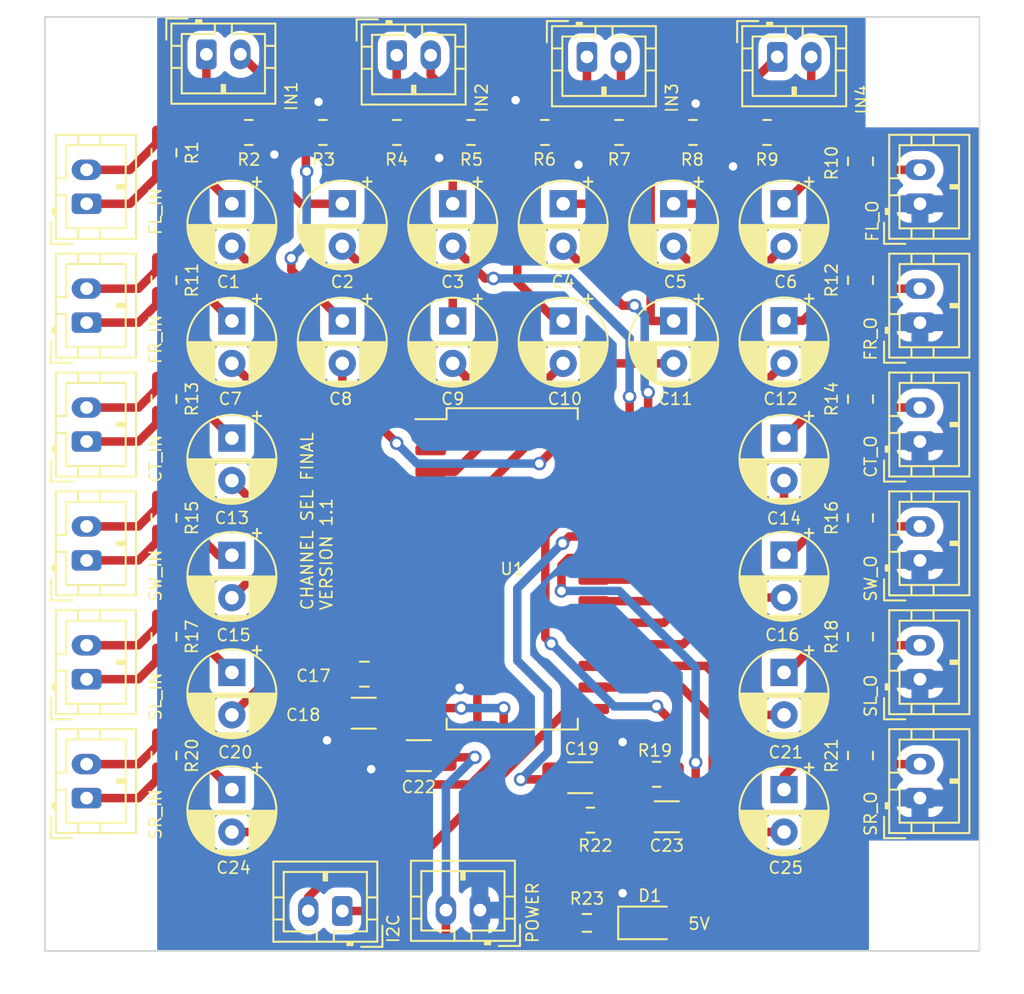
<source format=kicad_pcb>
(kicad_pcb (version 20221018) (generator pcbnew)
  (layers (0 "F.Cu" signal) (31 "B.Cu" signal) (34 "B.Paste" user) (35 "F.Paste" user) (36 "B.SilkS" user "B.Silkscreen") (37 "F.SilkS" user "F.Silkscreen") (38 "B.Mask" user) (39 "F.Mask" user) (44 "Edge.Cuts" user))
  (net 0 "")
  (net 1 "SCL")
  (net 2 "SDA")
  (net 3 "GND")
  (net 4 "VCC")
  (net 5 "FLI")
  (net 6 "FRI")
  (net 7 "CTI")
  (net 8 "SUBI")
  (net 9 "SLI")
  (net 10 "SRI")
  (net 11 "FLO")
  (net 12 "FRO")
  (net 13 "SUBO")
  (net 14 "SLO")
  (net 15 "SRO")
  (net 16 "CTO")
  (net 17 "FLIGND")
  (net 18 "FRIGND")
  (net 19 "CTIGND")
  (net 20 "SUBIGND")
  (net 21 "SLIGND")
  (net 22 "SRIGND")
  (net 23 "L1")
  (net 24 "R1")
  (net 25 "L2")
  (net 26 "R2")
  (net 27 "L3")
  (net 28 "R3")
  (net 29 "L4")
  (net 30 "R4")
  (net 31 "Net-(J1-Pin_1)")
  (net 32 "Net-(J2-Pin_1)")
  (net 33 "Net-(J1-Pin_2)")
  (net 34 "Net-(J2-Pin_2)")
  (net 35 "Net-(J3-Pin_1)")
  (net 36 "Net-(J3-Pin_2)")
  (net 37 "Net-(J4-Pin_1)")
  (net 38 "Net-(J4-Pin_2)")
  (net 39 "Net-(J6-Pin_2)")
  (net 40 "Net-(U1-VREF)")
  (net 41 "Net-(J8-Pin_2)")
  (net 42 "Net-(J9-Pin_2)")
  (net 43 "Net-(J10-Pin_2)")
  (net 44 "Net-(J11-Pin_2)")
  (net 45 "Net-(J12-Pin_2)")
  (net 46 "LPFIN")
  (net 47 "LPFOUT")
  (net 48 "Net-(J5-Pin_2)")
  (net 49 "MIX")
  (net 50 "Net-(J13-Pin_2)")
  (net 51 "Net-(J14-Pin_2)")
  (net 52 "Net-(J15-Pin_2)")
  (net 53 "Net-(J16-Pin_2)")
  (net 54 "Net-(J7-Pin_2)")
  (net 55 "Net-(C23-Pad2)")
  (net 56 "Net-(D1-A)")
  (footprint "Connector_JST:JST_PH_B2B-PH-K_1x02_P2.00mm_Vertical" (layer "F.Cu") (at 130 115.65 180)
    (fp_text reference "J17" hide)
    (fp_text value "Conn_01x02_Male")
  )
  (footprint "Capacitor_THT:CP_Radial_D5.0mm_P2.50mm" (layer "F.Cu") (at 156 74 -90)
    (fp_text reference "C6")
    (fp_text value "10U")
  )
  (footprint "Resistor_SMD:R_0805_2012Metric_Pad1.20x1.40mm_HandSolder" (layer "F.Cu") (at 137.571426 69.8 180)
    (fp_text reference "R5")
    (fp_text value "100K")
  )
  (footprint "MountingHole:MountingHole_3.2mm_M3" (layer "F.Cu") (at 165 115.5)
    (fp_text reference "H4" hide)
    (fp_text value "MountingHole")
  )
  (footprint "Resistor_SMD:R_0805_2012Metric_Pad1.20x1.40mm_HandSolder" (layer "F.Cu") (at 128.857142 69.8)
    (fp_text reference "R3")
    (fp_text value "100K")
  )
  (footprint "Resistor_SMD:R_0805_2012Metric_Pad1.20x1.40mm_HandSolder" (layer "F.Cu") (at 150.642852 69.8 180)
    (fp_text reference "R8")
    (fp_text value "100K")
  )
  (footprint "Capacitor_THT:CP_Radial_D5.0mm_P2.50mm" (layer "F.Cu") (at 123.5 101.6 -90)
    (fp_text reference "C20")
    (fp_text value "10U")
  )
  (footprint "Connector_JST:JST_PH_B2B-PH-K_1x02_P2.00mm_Vertical" (layer "F.Cu") (at 114.95 109 90)
    (fp_text reference "J15" hide)
    (fp_text value "Conn_01x02_Male")
  )
  (footprint "Connector_JST:JST_PH_B2B-PH-K_1x02_P2.00mm_Vertical" (layer "F.Cu") (at 114.95 88 90)
    (fp_text reference "J9" hide)
    (fp_text value "Conn_01x02_Male")
  )
  (footprint "Connector_JST:JST_PH_B2B-PH-K_1x02_P2.00mm_Vertical" (layer "F.Cu") (at 164 95 90)
    (fp_text reference "J12" hide)
    (fp_text value "CTO")
  )
  (footprint "Capacitor_THT:CP_Radial_D5.0mm_P2.50mm" (layer "F.Cu") (at 143 74 -90)
    (fp_text reference "C4")
    (fp_text value "10U")
  )
  (footprint "Connector_JST:JST_PH_B2B-PH-K_1x02_P2.00mm_Vertical" (layer "F.Cu") (at 164 81 90)
    (fp_text reference "J8" hide)
    (fp_text value "Conn_01x02_Male")
  )
  (footprint "Connector_JST:JST_PH_B2B-PH-K_1x02_P2.00mm_Vertical" (layer "F.Cu") (at 114.95 81 90)
    (fp_text reference "J7" hide)
    (fp_text value "Conn_01x02_Male")
  )
  (footprint "Resistor_SMD:R_0805_2012Metric_Pad1.20x1.40mm_HandSolder" (layer "F.Cu") (at 146.28571 69.8 180)
    (fp_text reference "R7")
    (fp_text value "100K")
  )
  (footprint "Capacitor_THT:CP_Radial_D5.0mm_P2.50mm" (layer "F.Cu") (at 130 74 -90)
    (fp_text reference "C2")
    (fp_text value "10U")
  )
  (footprint "Capacitor_SMD:C_1206_3216Metric_Pad1.33x1.80mm_HandSolder" (layer "F.Cu") (at 131.2625 104 180)
    (fp_text reference "C18")
    (fp_text value "10U")
  )
  (footprint "Connector_JST:JST_PH_B2B-PH-K_1x02_P2.00mm_Vertical" (layer "F.Cu") (at 155.6 65.35)
    (fp_text reference "J4" hide)
    (fp_text value "Conn_01x02_Male")
  )
  (footprint "Connector_JST:JST_PH_B2B-PH-K_1x02_P2.00mm_Vertical" (layer "F.Cu") (at 164 88 90)
    (fp_text reference "J10" hide)
    (fp_text value "Conn_01x02_Male")
  )
  (footprint "Resistor_SMD:R_0805_2012Metric_Pad1.20x1.40mm_HandSolder" (layer "F.Cu") (at 148.5 107.6 180)
    (fp_text reference "R19")
    (fp_text value "24K")
  )
  (footprint "Connector_JST:JST_PH_B2B-PH-K_1x02_P2.00mm_Vertical" (layer "F.Cu") (at 164 102 90)
    (fp_text reference "J14" hide)
    (fp_text value "Conn_01x02_Male")
  )
  (footprint "Connector_JST:JST_PH_B2B-PH-K_1x02_P2.00mm_Vertical" (layer "F.Cu") (at 133.2 65.25)
    (fp_text reference "J2" hide)
    (fp_text value "Conn_01x02_Male")
  )
  (footprint "Connector_JST:JST_PH_B2B-PH-K_1x02_P2.00mm_Vertical" (layer "F.Cu") (at 164 74 90)
    (fp_text reference "J6" hide)
    (fp_text value "Conn_01x02_Male")
  )
  (footprint "Resistor_SMD:R_0805_2012Metric_Pad1.20x1.40mm_HandSolder" (layer "F.Cu") (at 119.5 78.5 -90)
    (fp_text reference "R11")
    (fp_text value "100K")
  )
  (footprint "Resistor_SMD:R_0805_2012Metric_Pad1.20x1.40mm_HandSolder" (layer "F.Cu") (at 160.5 78.5 -90)
    (fp_text reference "R12")
    (fp_text value "100K")
  )
  (footprint "Resistor_SMD:R_0805_2012Metric_Pad1.20x1.40mm_HandSolder" (layer "F.Cu") (at 160.5 71.5 -90)
    (fp_text reference "R10")
    (fp_text value "100K")
  )
  (footprint "Resistor_SMD:R_0805_2012Metric_Pad1.20x1.40mm_HandSolder" (layer "F.Cu") (at 119.5 92.5 -90)
    (fp_text reference "R15")
    (fp_text value "100K")
  )
  (footprint "Resistor_SMD:R_0805_2012Metric_Pad1.20x1.40mm_HandSolder" (layer "F.Cu") (at 160.5 85.5 -90)
    (fp_text reference "R14")
    (fp_text value "100K")
  )
  (footprint "Capacitor_THT:CP_Radial_D5.0mm_P2.50mm" (layer "F.Cu") (at 136.5 74 -90)
    (fp_text reference "C3")
    (fp_text value "10U")
  )
  (footprint "Capacitor_THT:CP_Radial_D5.0mm_P2.50mm" (layer "F.Cu") (at 143 80.9 -90)
    (fp_text reference "C10")
    (fp_text value "10U")
  )
  (footprint "MountingHole:MountingHole_3.2mm_M3" (layer "F.Cu") (at 115 65.5)
    (fp_text reference "H1" hide)
    (fp_text value "MountingHole")
  )
  (footprint "Package_SO:SOIC-28W_7.5x18.7mm_P1.27mm" (layer "F.Cu") (at 140 95.5)
    (fp_text reference "U1")
    (fp_text value "AX2358")
  )
  (footprint "Capacitor_THT:CP_Radial_D5.0mm_P2.50mm" (layer "F.Cu") (at 123.5 94.7 -90)
    (fp_text reference "C15")
    (fp_text value "10U")
  )
  (footprint "Capacitor_THT:CP_Radial_D5.0mm_P2.50mm" (layer "F.Cu") (at 130 80.9 -90)
    (fp_text reference "C8")
    (fp_text value "10U")
  )
  (footprint "Capacitor_THT:CP_Radial_D5.0mm_P2.50mm" (layer "F.Cu") (at 156 101.6 -90)
    (fp_text reference "C21")
    (fp_text value "10U")
  )
  (footprint "Connector_JST:JST_PH_B2B-PH-K_1x02_P2.00mm_Vertical" (layer "F.Cu") (at 114.95 95 90)
    (fp_text reference "J11" hide)
    (fp_text value "Conn_01x02_Male")
  )
  (footprint "Capacitor_THT:CP_Radial_D5.0mm_P2.50mm" (layer "F.Cu") (at 156 108.5 -90)
    (fp_text reference "C25")
    (fp_text value "10U")
  )
  (footprint "Resistor_SMD:R_0805_2012Metric_Pad1.20x1.40mm_HandSolder" (layer "F.Cu") (at 119.5 99.5 -90)
    (fp_text reference "R17")
    (fp_text value "100K")
  )
  (footprint "Resistor_SMD:R_0805_2012Metric_Pad1.20x1.40mm_HandSolder" (layer "F.Cu") (at 144.6 110.3 180)
    (fp_text reference "R22")
    (fp_text value "24K")
  )
  (footprint "Capacitor_SMD:C_0805_2012Metric_Pad1.18x1.45mm_HandSolder" (layer "F.Cu") (at 131.3 101.7 180)
    (fp_text reference "C17")
    (fp_text value "0.1U")
  )
  (footprint "Capacitor_THT:CP_Radial_D5.0mm_P2.50mm" (layer "F.Cu") (at 123.5 87.8 -90)
    (fp_text reference "C13")
    (fp_text value "10U")
  )
  (footprint "Connector_JST:JST_PH_B2B-PH-K_1x02_P2.00mm_Vertical" (layer "F.Cu") (at 114.95 102 90)
    (fp_text reference "J13" hide)
    (fp_text value "Conn_01x02_Male")
  )
  (footprint "Connector_JST:JST_PH_B2B-PH-K_1x02_P2.00mm_Vertical" (layer "F.Cu") (at 144.4 65.35)
    (fp_text reference "J3" hide)
    (fp_text value "Conn_01x02_Male")
  )
  (footprint "Capacitor_THT:CP_Radial_D5.0mm_P2.50mm" (layer "F.Cu") (at 156 94.689888 -90)
    (fp_text reference "C16")
    (fp_text value "10U")
  )
  (footprint "Capacitor_THT:CP_Radial_D5.0mm_P2.50mm" (layer "F.Cu") (at 156 80.889888 -90)
    (fp_text reference "C12")
    (fp_text value "10U")
  )
  (footprint "Resistor_SMD:R_0805_2012Metric_Pad1.20x1.40mm_HandSolder" (layer "F.Cu") (at 155 69.8 180)
    (fp_text reference "R9")
    (fp_text value "100K")
  )
  (footprint "Resistor_SMD:R_0805_2012Metric_Pad1.20x1.40mm_HandSolder" (layer "F.Cu") (at 124.5 69.8)
    (fp_text reference "R2")
    (fp_text value "100K")
  )
  (footprint "Connector_JST:JST_PH_B2B-PH-K_1x02_P2.00mm_Vertical" (layer "F.Cu") (at 122 65.2)
    (fp_text reference "J1" hide)
    (fp_text value "Conn_01x02_Male")
  )
  (footprint "Capacitor_THT:CP_Radial_D5.0mm_P2.50mm" (layer "F.Cu") (at 123.5 80.9 -90)
    (fp_text reference "C7")
    (fp_text value "10U")
  )
  (footprint "Capacitor_SMD:C_1206_3216Metric_Pad1.33x1.80mm_HandSolder" (layer "F.Cu") (at 144 107.8 180)
    (fp_text reference "C19")
    (fp_text value "47N C0G")
  )
  (footprint "Capacitor_THT:CP_Radial_D5.0mm_P2.50mm" (layer "F.Cu") (at 149.5 80.9 -90)
    (fp_text reference "C11")
    (fp_text value "10U")
  )
  (footprint "Resistor_SMD:R_0805_2012Metric_Pad1.20x1.40mm_HandSolder" (layer "F.Cu") (at 160.5 106.5 -90)
    (fp_text reference "R21")
    (fp_text value "100K")
  )
  (footprint "Capacitor_THT:CP_Radial_D5.0mm_P2.50mm" (layer "F.Cu") (at 156 87.8 -90)
    (fp_text reference "C14")
    (fp_text value "10U")
  )
  (footprint "Resistor_SMD:R_0805_2012Metric_Pad1.20x1.40mm_HandSolder" (layer "F.Cu") (at 160.5 99.5 -90)
    (fp_text reference "R18")
    (fp_text value "100K")
  )
  (footprint "Resistor_SMD:R_0805_2012Metric_Pad1.20x1.40mm_HandSolder" (layer "F.Cu") (at 119.5 85.5 -90)
    (fp_text reference "R13")
    (fp_text value "100K")
  )
  (footprint "LED_SMD:LED_0805_2012Metric_Pad1.15x1.40mm_HandSolder" (layer "F.Cu") (at 148.1 116.35)
    (fp_text reference "D1")
    (fp_text value "YELLOW")
  )
  (footprint "Capacitor_THT:CP_Radial_D5.0mm_P2.50mm" (layer "F.Cu") (at 123.5 74 -90)
    (fp_text reference "C1")
    (fp_text value "10U")
  )
  (footprint "Resistor_SMD:R_0805_2012Metric_Pad1.20x1.40mm_HandSolder" (layer "F.Cu") (at 119.5 106.5 -90)
    (fp_text reference "R20")
    (fp_text value "100K")
  )
  (footprint "Resistor_SMD:R_0603_1608Metric_Pad0.98x0.95mm_HandSolder" (layer "F.Cu") (at 144.4 116.35)
    (fp_text reference "R23")
    (fp_text value "1K")
  )
  (footprint "MountingHole:MountingHole_3.2mm_M3" (layer "F.Cu") (at 115 115.5)
    (fp_text reference "H3" hide)
    (fp_text value "MountingHole")
  )
  (footprint "Connector_JST:JST_PH_B2B-PH-K_1x02_P2.00mm_Vertical" (layer "F.Cu") (at 138.1 115.6 180)
    (fp_text reference "J18" hide)
    (fp_text value "Conn_01x02_Male")
  )
  (footprint "Capacitor_SMD:C_1206_3216Metric_Pad1.33x1.80mm_HandSolder" (layer "F.Cu") (at 149.1 110.1 180)
    (fp_text reference "C23")
    (fp_text value "100N C0G")
  )
  (footprint "Capacitor_THT:CP_Radial_D5.0mm_P2.50mm" (layer "F.Cu") (at 123.5 108.5 -90)
    (fp_text reference "C24")
    (fp_text value "10U")
  )
  (footprint "MountingHole:MountingHole_3.2mm_M3" (layer "F.Cu") (at 165 65.5)
    (fp_text reference "H2" hide)
    (fp_text value "MountingHole")
  )
  (footprint "Connector_JST:JST_PH_B2B-PH-K_1x02_P2.00mm_Vertical" (layer "F.Cu") (at 164 109 90)
    (fp_text reference "J16" hide)
    (fp_text value "Conn_01x02_Male")
  )
  (footprint "Resistor_SMD:R_0805_2012Metric_Pad1.20x1.40mm_HandSolder" (layer "F.Cu") (at 160.5 92.5 -90)
    (fp_text reference "R16")
    (fp_text value "100K")
  )
  (footprint "Resistor_SMD:R_0805_2012Metric_Pad1.20x1.40mm_HandSolder" (layer "F.Cu") (at 133.214284 69.8 180)
    (fp_text reference "R4")
    (fp_text value "100K")
  )
  (footprint "Capacitor_THT:CP_Radial_D5.0mm_P2.50mm" (layer "F.Cu") (at 136.5 80.9 -90)
    (fp_text reference "C9")
    (fp_text value "10U")
  )
  (footprint "Resistor_SMD:R_0805_2012Metric_Pad1.20x1.40mm_HandSolder" (layer "F.Cu") (at 141.928568 69.8 180)
    (fp_text reference "R6")
    (fp_text value "100K")
  )
  (footprint "Capacitor_SMD:C_1206_3216Metric_Pad1.33x1.80mm_HandSolder" (layer "F.Cu") (at 134.5 106.5 180)
    (fp_text reference "C22")
    (fp_text value "10U")
  )
  (footprint "Capacitor_THT:CP_Radial_D5.0mm_P2.50mm" (layer "F.Cu") (at 149.5 74 -90)
    (fp_text reference "C5")
    (fp_text value "10U")
  )
  (footprint "Connector_JST:JST_PH_B2B-PH-K_1x02_P2.00mm_Vertical" (layer "F.Cu") (at 114.95 74 90)
    (fp_text reference "J5" hide)
    (fp_text value "Conn_01x02_Male")
  )
  (footprint "Resistor_SMD:R_0805_2012Metric_Pad1.20x1.40mm_HandSolder" (layer "F.Cu") (at 119.5 71 -90)
    (fp_text reference "R1")
    (fp_text value "100K")
  )
  (gr_line (start 112.5 118) (end 167.5 118) (stroke (width 0.1)) (layer "Edge.Cuts"))
  (gr_line (start 112.5 63) (end 112.5 118) (stroke (width 0.1)) (layer "Edge.Cuts"))
  (gr_line (start 167.5 63) (end 167.5 118) (stroke (width 0.1)) (layer "Edge.Cuts"))
  (gr_line (start 167.5 63) (end 112.5 63) (stroke (width 0.1)) (layer "Edge.Cuts"))
  (gr_text "SL_O" (at 161.1 104.3 90) (layer "F.SilkS") (effects (font (size 0.7 0.7) (thickness 0.1)) (justify left)))
  (gr_text "FR_IN" (at 119 83.5 90) (layer "F.SilkS") (effects (font (size 0.7 0.7) (thickness 0.1)) (justify left)))
  (gr_text "SW_O" (at 161.1 97.5 90) (layer "F.SilkS") (effects (font (size 0.7 0.7) (thickness 0.1)) (justify left)))
  (gr_text "SL_IN" (at 119 104.5 90) (layer "F.SilkS") (effects (font (size 0.7 0.7) (thickness 0.1)) (justify left)))
  (gr_text "POWER" (at 141.2 117.6 90) (layer "F.SilkS") (effects (font (size 0.7 0.7) (thickness 0.1)) (justify left)))
  (gr_text "5V" (at 150.3 116.4) (layer "F.SilkS") (effects (font (size 0.7 0.7) (thickness 0.1)) (justify left)))
  (gr_text "CHANNEL SEL FINAL\nVERSION 1.1" (at 128.5 98 90) (layer "F.SilkS") (effects (font (size 0.7 0.7) (thickness 0.1)) (justify left)))
  (gr_text "IN4" (at 160.6 68.8 90) (layer "F.SilkS") (effects (font (size 0.7 0.7) (thickness 0.1)) (justify left)))
  (gr_text "SR_O\n" (at 161.1 111.3 90) (layer "F.SilkS") (effects (font (size 0.7 0.7) (thickness 0.1)) (justify left)))
  (gr_text "IN1\n" (at 127 68.6 90) (layer "F.SilkS") (effects (font (size 0.7 0.7) (thickness 0.1)) (justify left)))
  (gr_text "IN3" (at 149.4 68.7 90) (layer "F.SilkS") (effects (font (size 0.7 0.7) (thickness 0.1)) (justify left)))
  (gr_text "I2C" (at 133 117.6 90) (layer "F.SilkS") (effects (font (size 0.7 0.7) (thickness 0.1)) (justify left)))
  (gr_text "IN2" (at 138.2 68.7 90) (layer "F.SilkS") (effects (font (size 0.7 0.7) (thickness 0.1)) (justify left)))
  (gr_text "SW_IN" (at 119 97.5 90) (layer "F.SilkS") (effects (font (size 0.7 0.7) (thickness 0.1)) (justify left)))
  (gr_text "CT_O" (at 161.1 90.2 90) (layer "F.SilkS") (effects (font (size 0.7 0.7) (thickness 0.1)) (justify left)))
  (gr_text "SR_IN\n" (at 119 111.5 90) (layer "F.SilkS") (effects (font (size 0.7 0.7) (thickness 0.1)) (justify left)))
  (gr_text "FL_IN" (at 119 75.9 90) (layer "F.SilkS") (effects (font (size 0.7 0.7) (thickness 0.1)) (justify left)))
  (gr_text "CT_IN" (at 119 90.5 90) (layer "F.SilkS") (effects (font (size 0.7 0.7) (thickness 0.1)) (justify left)))
  (gr_text "FL_O" (at 161.2 76.3 90) (layer "F.SilkS") (effects (font (size 0.7 0.7) (thickness 0.1)) (justify left)))
  (gr_text "FR_O" (at 161.1 83.3 90) (layer "F.SilkS") (effects (font (size 0.7 0.7) (thickness 0.1)) (justify left)))
  (segment (start 143.302204 103.755) (end 144.8 103.755) (width 0.5) (layer "F.Cu") (net 1))
  (segment (start 130 115.65) (end 131.407204 115.65) (width 0.5) (layer "F.Cu") (net 1))
  (segment (start 131.407204 115.65) (end 143.302204 103.755) (width 0.5) (layer "F.Cu") (net 1))
  (segment (start 137.542796 108.2) (end 139.5 106.242796) (width 0.5) (layer "F.Cu") (net 2))
  (segment (start 128 114.825) (end 134.625 108.2) (width 0.5) (layer "F.Cu") (net 2))
  (segment (start 137 103.7) (end 135.255 103.7) (width 0.5) (layer "F.Cu") (net 2))
  (segment (start 134.625 108.2) (end 137.542796 108.2) (width 0.5) (layer "F.Cu") (net 2))
  (segment (start 128 115.65) (end 128 114.825) (width 0.5) (layer "F.Cu") (net 2))
  (segment (start 135.255 103.7) (end 135.2 103.755) (width 0.5) (layer "F.Cu") (net 2))
  (segment (start 139.5 106.242796) (end 139.5 103.7) (width 0.5) (layer "F.Cu") (net 2))
  (via (at 137 103.7) (size 0.8) (drill 0.5) (layers "F.Cu" "B.Cu") (net 2))
  (via (at 139.5 103.7) (size 0.8) (drill 0.5) (layers "F.Cu" "B.Cu") (net 2))
  (segment (start 137 103.7) (end 139.5 103.7) (width 0.5) (layer "B.Cu") (net 2))
  (segment (start 162 109) (end 160.5 107.5) (width 0.5) (layer "F.Cu") (net 3))
  (segment (start 164 102) (end 162 102) (width 0.5) (layer "F.Cu") (net 3))
  (segment (start 125.5 69.8) (end 125.5 70.6) (width 0.5) (layer "F.Cu") (net 3))
  (segment (start 140.928568 69.8) (end 140.928568 68.628568) (width 0.5) (layer "F.Cu") (net 3))
  (segment (start 136.571426 70.428574) (end 135.7 71.3) (width 0.5) (layer "F.Cu") (net 3))
  (segment (start 132.9375 106.5) (end 132.5 106.5) (width 0.5) (layer "F.Cu") (net 3))
  (segment (start 149.642852 69.257148) (end 150.8 68.1) (width 0.5) (layer "F.Cu") (net 3))
  (segment (start 145.5375 107.9) (end 145.5375 106.6625) (width 0.5) (layer "F.Cu") (net 3))
  (segment (start 136.571426 69.8) (end 136.571426 70.428574) (width 0.5) (layer "F.Cu") (net 3))
  (segment (start 129.857142 69.8) (end 129.857142 69.257142) (width 0.5) (layer "F.Cu") (net 3))
  (segment (start 132.214284 69.8) (end 129.857142 69.8) (width 0.5) (layer "F.Cu") (net 3))
  (segment (start 145.28571 69.8) (end 145.28571 70.31429) (width 0.5) (layer "F.Cu") (net 3))
  (segment (start 125.5 70.6) (end 126 71.1) (width 0.5) (layer "F.Cu") (net 3))
  (segment (start 162 74) (end 160.5 72.5) (width 0.5) (layer "F.Cu") (net 3))
  (segment (start 147.075 116.35) (end 147.075 115.175) (width 0.5) (layer "F.Cu") (net 3))
  (segment (start 162 81) (end 160.5 79.5) (width 0.5) (layer "F.Cu") (net 3))
  (segment (start 162 88) (end 160.5 86.5) (width 0.5) (layer "F.Cu") (net 3))
  (segment (start 162 95) (end 160.5 93.5) (width 0.5) (layer "F.Cu") (net 3))
  (segment (start 145.5375 106.6625) (end 146.5 105.7) (width 0.5) (layer "F.Cu") (net 3))
  (segment (start 147.075 115.175) (end 146.5 114.6) (width 0.5) (layer "F.Cu") (net 3))
  (segment (start 162 102) (end 160.5 100.5) (width 0.5) (layer "F.Cu") (net 3))
  (segment (start 132.5 106.5) (end 131.7 107.3) (width 0.5) (layer "F.Cu") (net 3))
  (segment (start 164 95) (end 162 95) (width 0.5) (layer "F.Cu") (net 3))
  (segment (start 154 69.8) (end 153 70.8) (width 0.5) (layer "F.Cu") (net 3))
  (segment (start 153 70.8) (end 153 71.8) (width 0.5) (layer "F.Cu") (net 3))
  (segment (start 145.28571 70.31429) (end 143.9 71.7) (width 0.5) (layer "F.Cu") (net 3))
  (segment (start 164 88) (end 162 88) (width 0.5) (layer "F.Cu") (net 3))
  (segment (start 164 74) (end 162 74) (width 0.5) (layer "F.Cu") (net 3))
  (segment (start 130.3625 101.9) (end 129.7 102.5625) (width 0.5) (layer "F.Cu") (net 3))
  (segment (start 164 109) (end 162 109) (width 0.5) (layer "F.Cu") (net 3))
  (segment (start 149.642852 69.8) (end 149.642852 69.257148) (width 0.5) (layer "F.Cu") (net 3))
  (segment (start 164 81) (end 162 81) (width 0.5) (layer "F.Cu") (net 3))
  (segment (start 129.857142 69.257142) (end 128.6 68) (width 0.5) (layer "F.Cu") (net 3))
  (segment (start 129.7 102.5625) (end 129.7 105) (width 0.5) (layer "F.Cu") (net 3))
  (segment (start 136.885 102.485) (end 136.9 102.5) (width 0.5) (layer "F.Cu") (net 3))
  (segment (start 135.2 102.485) (end 136.885 102.485) (width 0.5) (layer "F.Cu") (net 3))
  (segment (start 140.928568 68.628568) (end 140.2 67.9) (width 0.5) (layer "F.Cu") (net 3))
  (segment (start 129.7 105) (end 129.1 105.6) (width 0.5) (layer "F.Cu") (net 3))
  (via (at 136.9 102.5) (size 0.8) (drill 0.5) (layers "F.Cu" "B.Cu") (net 3))
  (via (at 131.7 107.3) (size 0.8) (drill 0.5) (layers "F.Cu" "B.Cu") (net 3))
  (via (at 153 71.8) (size 0.8) (drill 0.5) (layers "F.Cu" "B.Cu") (net 3))
  (via (at 146.5 114.6) (size 0.8) (drill 0.5) (layers "F.Cu" "B.Cu") (net 3))
  (via (at 135.7 71.3) (size 0.8) (drill 0.5) (layers "F.Cu" "B.Cu") (net 3))
  (via (at 146.5 105.7) (size 0.8) (drill 0.5) (layers "F.Cu" "B.Cu") (net 3))
  (via (at 140.2 67.9) (size 0.8) (drill 0.5) (layers "F.Cu" "B.Cu") (net 3))
  (via (at 150.8 68.1) (size 0.8) (drill 0.5) (layers "F.Cu" "B.Cu") (net 3))
  (via (at 128.6 68) (size 0.8) (drill 0.5) (layers "F.Cu" "B.Cu") (net 3))
  (via (at 129.1 105.6) (size 0.8) (drill 0.5) (layers "F.Cu" "B.Cu") (net 3))
  (via (at 143.9 71.7) (size 0.8) (drill 0.5) (layers "F.Cu" "B.Cu") (net 3))
  (via (at 126 71.1) (size 0.8) (drill 0.5) (layers "F.Cu" "B.Cu") (net 3))
  (segment (start 141.55 116.35) (end 140.5 117.4) (width 0.5) (layer "F.Cu") (net 4))
  (segment (start 134.3925 99.945) (end 132.4375 101.9) (width 0.5) (layer "F.Cu") (net 4))
  (segment (start 137.8 106.6) (end 136.1625 106.6) (width 0.5) (layer "F.Cu") (net 4))
  (segment (start 135.2 99.945) (end 134.3925 99.945) (width 0.5) (layer "F.Cu") (net 4))
  (segment (start 136.5 117.4) (end 136.1 117) (width 0.5) (layer "F.Cu") (net 4))
  (segment (start 143.2 116.35) (end 141.55 116.35) (width 0.5) (layer "F.Cu") (net 4))
  (segment (start 137.9495 104.613) (end 136.0625 106.5) (width 0.5) (layer "F.Cu") (net 4))
  (segment (start 140.5 117.4) (end 136.5 117.4) (width 0.5) (layer "F.Cu") (net 4))
  (segment (start 137.9495 102.074551) (end 137.9495 104.613) (width 0.5) (layer "F.Cu") (net 4))
  (segment (start 135.819949 99.945) (end 137.9495 102.074551) (width 0.5) (layer "F.Cu") (net 4))
  (segment (start 136.1 117) (end 136.1 115.6) (width 0.5) (layer "F.Cu") (net 4))
  (via (at 137.8 106.6) (size 0.8) (drill 0.5) (layers "F.Cu" "B.Cu") (net 4))
  (segment (start 136.1 115.6) (end 136.1 108.3) (width 0.5) (layer "B.Cu") (net 4))
  (segment (start 136.1 108.3) (end 137.8 106.6) (width 0.5) (layer "B.Cu") (net 4))
  (segment (start 126.9 79.9) (end 123.5 76.5) (width 0.5) (layer "F.Cu") (net 5))
  (segment (start 126.9 84.644949) (end 126.9 79.9) (width 0.5) (layer "F.Cu") (net 5))
  (segment (start 134.580051 92.325) (end 126.9 84.644949) (width 0.5) (layer "F.Cu") (net 5))
  (segment (start 135.2 93.595) (end 133.695 93.595) (width 0.5) (layer "F.Cu") (net 6))
  (segment (start 133.695 93.595) (end 123.5 83.4) (width 0.5) (layer "F.Cu") (net 6))
  (segment (start 128.065 94.865) (end 123.5 90.3) (width 0.5) (layer "F.Cu") (net 7))
  (segment (start 135.2 94.865) (end 128.065 94.865) (width 0.5) (layer "F.Cu") (net 7))
  (segment (start 124.565 96.135) (end 123.5 97.2) (width 0.5) (layer "F.Cu") (net 8))
  (segment (start 135.2 96.135) (end 124.565 96.135) (width 0.5) (layer "F.Cu") (net 8))
  (segment (start 135.2 97.405) (end 130.195 97.405) (width 0.5) (layer "F.Cu") (net 9))
  (segment (start 130.195 97.405) (end 123.5 104.1) (width 0.5) (layer "F.Cu") (net 9))
  (segment (start 130.725 98.675) (end 126.4 103) (width 0.5) (layer "F.Cu") (net 10))
  (segment (start 125.4 111) (end 123.5 111) (width 0.5) (layer "F.Cu") (net 10))
  (segment (start 135.2 98.675) (end 130.725 98.675) (width 0.5) (layer "F.Cu") (net 10))
  (segment (start 126.4 103) (end 126.4 110) (width 0.5) (layer "F.Cu") (net 10))
  (segment (start 126.4 110) (end 125.4 111) (width 0.5) (layer "F.Cu") (net 10))
  (segment (start 147.865 96.135) (end 144.8 96.135) (width 0.5) (layer "F.Cu") (net 11))
  (segment (start 151.900499 92.099501) (end 147.865 96.135) (width 0.5) (layer "F.Cu") (net 11))
  (segment (start 151.900499 80.599501) (end 151.900499 92.099501) (width 0.5) (layer "F.Cu") (net 11))
  (segment (start 156 76.5) (end 151.900499 80.599501) (width 0.5) (layer "F.Cu") (net 11))
  (segment (start 152.7 86.689888) (end 152.7 93.2) (width 0.5) (layer "F.Cu") (net 12))
  (segment (start 148.495 97.405) (end 144.8 97.405) (width 0.5) (layer "F.Cu") (net 12))
  (segment (start 152.7 93.2) (end 148.495 97.405) (width 0.5) (layer "F.Cu") (net 12))
  (segment (start 156 83.389888) (end 152.7 86.689888) (width 0.5) (layer "F.Cu") (net 12))
  (segment (start 152.810112 97.189888) (end 150.055 99.945) (width 0.5) (layer "F.Cu") (net 13))
  (segment (start 150.055 99.945) (end 144.8 99.945) (width 0.5) (layer "F.Cu") (net 13))
  (segment (start 156 97.189888) (end 152.810112 97.189888) (width 0.5) (layer "F.Cu") (net 13))
  (segment (start 154.3 104.1) (end 151.415 101.215) (width 0.5) (layer "F.Cu") (net 14))
  (segment (start 151.415 101.215) (end 144.8 101.215) (width 0.5) (layer "F.Cu") (net 14))
  (segment (start 156 104.1) (end 154.3 104.1) (width 0.5) (layer "F.Cu") (net 14))
  (segment (start 151.8 104.3) (end 149.985 102.485) (width 0.5) (layer "F.Cu") (net 15))
  (segment (start 154.5 111) (end 151.8 108.3) (width 0.5) (layer "F.Cu") (net 15))
  (segment (start 149.985 102.485) (end 144.8 102.485) (width 0.5) (layer "F.Cu") (net 15))
  (segment (start 156 111) (end 154.5 111) (width 0.5) (layer "F.Cu") (net 15))
  (segment (start 151.8 108.3) (end 151.8 104.3) (width 0.5) (layer "F.Cu") (net 15))
  (segment (start 156 91.6) (end 156 90.3) (width 0.5) (layer "F.Cu") (net 16))
  (segment (start 144.8 98.675) (end 148.925 98.675) (width 0.5) (layer "F.Cu") (net 16))
  (segment (start 148.925 98.675) (end 156 91.6) (width 0.5) (layer "F.Cu") (net 16))
  (segment (start 117.5 74) (end 114.95 74) (width 0.5) (layer "F.Cu") (net 17))
  (segment (start 119.5 72) (end 117.5 74) (width 0.5) (layer "F.Cu") (net 17))
  (segment (start 118 81) (end 114.95 81) (width 0.5) (layer "F.Cu") (net 18))
  (segment (start 119.5 79.5) (end 118 81) (width 0.5) (layer "F.Cu") (net 18))
  (segment (start 114.95 88) (end 118 88) (width 0.5) (layer "F.Cu") (net 19))
  (segment (start 118 88) (end 119.5 86.5) (width 0.5) (layer "F.Cu") (net 19))
  (segment (start 118 95) (end 114.95 95) (width 0.5) (layer "F.Cu") (net 20))
  (segment (start 119.5 93.5) (end 118 95) (width 0.5) (layer "F.Cu") (net 20))
  (segment (start 118 102) (end 114.95 102) (width 0.5) (layer "F.Cu") (net 21))
  (segment (start 119.5 100.5) (end 118 102) (width 0.5) (layer "F.Cu") (net 21))
  (segment (start 118 109) (end 119.5 107.5) (width 0.5) (layer "F.Cu") (net 22))
  (segment (start 114.95 109) (end 118 109) (width 0.5) (layer "F.Cu") (net 22))
  (segment (start 135.2 87.245) (end 133.5 85.545) (width 0.5) (layer "F.Cu") (net 23))
  (segment (start 133.5 85.545) (end 133.5 80) (width 0.5) (layer "F.Cu") (net 23))
  (segment (start 133.5 80) (end 130 76.5) (width 0.5) (layer "F.Cu") (net 23))
  (segment (start 130 84.9) (end 130 83.4) (width 0.5) (layer "F.Cu") (net 24))
  (segment (start 144.8 87.245) (end 143.655 87.245) (width 0.5) (layer "F.Cu") (net 24))
  (segment (start 133.2 88.1) (end 130 84.9) (width 0.5) (layer "F.Cu") (net 24))
  (segment (start 143.655 87.245) (end 141.6 89.3) (width 0.5) (layer "F.Cu") (net 24))
  (via (at 133.2 88.1) (size 0.8) (drill 0.5) (layers "F.Cu" "B.Cu") (net 24))
  (via (at 141.6 89.3) (size 0.8) (drill 0.5) (layers "F.Cu" "B.Cu") (net 24))
  (segment (start 134.4 89.3) (end 133.2 88.1) (width 0.5) (layer "B.Cu") (net 24))
  (segment (start 141.6 89.3) (end 134.4 89.3) (width 0.5) (layer "B.Cu") (net 24))
  (segment (start 137.299999 84.199999) (end 137.299999 87.03495) (width 0.5) (layer "F.Cu") (net 25))
  (segment (start 137.299999 87.03495) (end 135.819949 88.515) (width 0.5) (layer "F.Cu") (net 25))
  (segment (start 136.5 83.4) (end 137.299999 84.199999) (width 0.5) (layer "F.Cu") (net 25))
  (segment (start 138.4 78.4) (end 136.5 76.5) (width 0.5) (layer "F.Cu") (net 26))
  (segment (start 145.419949 88.515) (end 146.911031 87.023918) (width 0.5) (layer "F.Cu") (net 26))
  (segment (start 146.911031 87.023918) (end 146.911031 85.353356) (width 0.5) (layer "F.Cu") (net 26))
  (segment (start 138.9 78.4) (end 138.4 78.4) (width 0.5) (layer "F.Cu") (net 26))
  (via (at 146.911031 85.353356) (size 0.8) (drill 0.5) (layers "F.Cu" "B.Cu") (net 26))
  (via (at 138.9 78.4) (size 0.8) (drill 0.5) (layers "F.Cu" "B.Cu") (net 26))
  (segment (start 138.9 78.4) (end 143.4 78.4) (width 0.5) (layer "B.Cu") (net 26))
  (segment (start 146.911031 81.911031) (end 146.911031 85.353356) (width 0.5) (layer "B.Cu") (net 26))
  (segment (start 143.4 78.4) (end 146.911031 81.911031) (width 0.5) (layer "B.Cu") (net 26))
  (segment (start 135.2 89.785) (end 136.615 89.785) (width 0.5) (layer "F.Cu") (net 27))
  (segment (start 136.615 89.785) (end 143 83.4) (width 0.5) (layer "F.Cu") (net 27))
  (segment (start 147.2 80) (end 146.5 80) (width 0.5) (layer "F.Cu") (net 28))
  (segment (start 148 89.6) (end 148 85.1) (width 0.5) (layer "F.Cu") (net 28))
  (segment (start 147.815 89.785) (end 148 89.6) (width 0.5) (layer "F.Cu") (net 28))
  (segment (start 144.8 89.785) (end 147.815 89.785) (width 0.5) (layer "F.Cu") (net 28))
  (segment (start 146.5 80) (end 143 76.5) (width 0.5) (layer "F.Cu") (net 28))
  (via (at 147.2 80) (size 0.8) (drill 0.5) (layers "F.Cu" "B.Cu") (net 28))
  (via (at 148 85.1) (size 0.8) (drill 0.5) (layers "F.Cu" "B.Cu") (net 28))
  (segment (start 147.2 80) (end 147.8 80.6) (width 0.5) (layer "B.Cu") (net 28))
  (segment (start 147.8 80.6) (end 147.8 84.9) (width 0.5) (layer "B.Cu") (net 28))
  (segment (start 147.8 84.9) (end 148 85.1) (width 0.5) (layer "B.Cu") (net 28))
  (segment (start 135.2 91.055) (end 138.045 91.055) (width 0.5) (layer "F.Cu") (net 29))
  (segment (start 138.045 91.055) (end 145.7 83.4) (width 0.5) (layer "F.Cu") (net 29))
  (segment (start 145.7 83.4) (end 149.5 83.4) (width 0.5) (layer "F.Cu") (net 29))
  (segment (start 149.5 76.5) (end 151.100998 78.100998) (width 0.5) (layer "F.Cu") (net 30))
  (segment (start 149.045 91.055) (end 144.8 91.055) (width 0.5) (layer "F.Cu") (net 30))
  (segment (start 151.100998 78.100998) (end 151.100998 88.999002) (width 0.5) (layer "F.Cu") (net 30))
  (segment (start 151.100998 88.999002) (end 149.045 91.055) (width 0.5) (layer "F.Cu") (net 30))
  (segment (start 127.557204 74) (end 123.5 69.942796) (width 0.5) (layer "F.Cu") (net 31))
  (segment (start 122 68.3) (end 123.5 69.8) (width 0.5) (layer "F.Cu") (net 31))
  (segment (start 130 74) (end 127.557204 74) (width 0.5) (layer "F.Cu") (net 31))
  (segment (start 122 65.2) (end 122 68.3) (width 0.5) (layer "F.Cu") (net 31))
  (segment (start 136.5 79.5) (end 134.214284 77.214284) (width 0.5) (layer "F.Cu") (net 32))
  (segment (start 133.2 68.785716) (end 134.214284 69.8) (width 0.5) (layer "F.Cu") (net 32))
  (segment (start 134.214284 77.214284) (end 134.214284 69.8) (width 0.5) (layer "F.Cu") (net 32))
  (segment (start 136.5 80.9) (end 136.5 79.5) (width 0.5) (layer "F.Cu") (net 32))
  (segment (start 133.2 65.25) (end 133.2 68.785716) (width 0.5) (layer "F.Cu") (net 32))
  (segment (start 124 65.2) (end 127.857142 69.057142) (width 0.5) (layer "F.Cu") (net 33))
  (segment (start 127.857142 69.8) (end 127.857142 72.057142) (width 0.5) (layer "F.Cu") (net 33))
  (segment (start 127.857142 72.057142) (end 127.9 72.1) (width 0.5) (layer "F.Cu") (net 33))
  (segment (start 127 77.9) (end 130 80.9) (width 0.5) (layer "F.Cu") (net 33))
  (segment (start 127.857142 69.057142) (end 127.857142 69.8) (width 0.5) (layer "F.Cu") (net 33))
  (segment (start 127 77.2) (end 127 77.9) (width 0.5) (layer "F.Cu") (net 33))
  (via (at 127 77.2) (size 0.8) (drill 0.5) (layers "F.Cu" "B.Cu") (net 33))
  (via (at 127.9 72.1) (size 0.8) (drill 0.5) (layers "F.Cu" "B.Cu") (net 33))
  (segment (start 127.9 76.3) (end 127 77.2) (width 0.5) (layer "B.Cu") (net 33))
  (segment (start 127.9 72.1) (end 127.9 76.3) (width 0.5) (layer "B.Cu") (net 33))
  (segment (start 135.2 65.25) (end 135.2 66.428574) (width 0.5) (layer "F.Cu") (net 34))
  (segment (start 135.2 66.428574) (end 138.571426 69.8) (width 0.5) (layer "F.Cu") (net 34))
  (segment (start 136.5 74) (end 136.5 71.871426) (width 0.5) (layer "F.Cu") (net 34))
  (segment (start 136.5 71.871426) (end 138.571426 69.8) (width 0.5) (layer "F.Cu") (net 34))
  (segment (start 140.3 73.1) (end 140.3 78.6) (width 0.5) (layer "F.Cu") (net 35))
  (segment (start 140.3 78.6) (end 142.6 80.9) (width 0.5) (layer "F.Cu") (net 35))
  (segment (start 144.4 65.35) (end 144.4 68.328568) (width 0.5) (layer "F.Cu") (net 35))
  (segment (start 144.4 68.328568) (end 142.928568 69.8) (width 0.5) (layer "F.Cu") (net 35))
  (segment (start 142.928568 70.471432) (end 140.3 73.1) (width 0.5) (layer "F.Cu") (net 35))
  (segment (start 142.928568 69.8) (end 142.928568 70.471432) (width 0.5) (layer "F.Cu") (net 35))
  (segment (start 147.28571 71.81429) (end 147.28571 69.8) (width 0.5) (layer "F.Cu") (net 36))
  (segment (start 146.4 65.35) (end 146.4 68.91429) (width 0.5) (layer "F.Cu") (net 36))
  (segment (start 146.4 68.91429) (end 147.28571 69.8) (width 0.5) (layer "F.Cu") (net 36))
  (segment (start 145.1 74) (end 147.28571 71.81429) (width 0.5) (layer "F.Cu") (net 36))
  (segment (start 143 74) (end 145.1 74) (width 0.5) (layer "F.Cu") (net 36))
  (segment (start 148.2 80.9) (end 149.5 80.9) (width 0.5) (layer "F.Cu") (net 37))
  (segment (start 148.1495 72.3505) (end 148.1495 80.8495) (width 0.5) (layer "F.Cu") (net 37))
  (segment (start 151.642852 71.557148) (end 151.3 71.9) (width 0.5) (layer "F.Cu") (net 37))
  (segment (start 151.642852 69.8) (end 151.642852 69.307148) (width 0.5) (layer "F.Cu") (net 37))
  (segment (start 151.3 71.9) (end 148.6 71.9) (width 0.5) (layer "F.Cu") (net 37))
  (segment (start 151.642852 69.8) (end 151.642852 71.557148) (width 0.5) (layer "F.Cu") (net 37))
  (segment (start 151.642852 69.307148) (end 155.6 65.35) (width 0.5) (layer "F.Cu") (net 37))
  (segment (start 148.1495 80.8495) (end 148.2 80.9) (width 0.5) (layer "F.Cu") (net 37))
  (segment (start 148.6 71.9) (end 148.1495 72.3505) (width 0.5) (layer "F.Cu") (net 37))
  (segment (start 154.2 71.6) (end 154.2 73.3) (width 0.5) (layer "F.Cu") (net 38))
  (segment (start 157.6 68.2) (end 156 69.8) (width 0.5) (layer "F.Cu") (net 38))
  (segment (start 156 69.8) (end 154.2 71.6) (width 0.5) (layer "F.Cu") (net 38))
  (segment (start 154.2 73.3) (end 153.5 74) (width 0.5) (layer "F.Cu") (net 38))
  (segment (start 157.6 65.35) (end 157.6 68.2) (width 0.5) (layer "F.Cu") (net 38))
  (segment (start 153.5 74) (end 149.5 74) (width 0.5) (layer "F.Cu") (net 38))
  (segment (start 164 72) (end 162 72) (width 0.5) (layer "F.Cu") (net 39))
  (segment (start 162 72) (end 160.5 70.5) (width 0.5) (layer "F.Cu") (net 39))
  (segment (start 159.5 70.5) (end 160.5 70.5) (width 0.5) (layer "F.Cu") (net 39))
  (segment (start 156 74) (end 159.5 70.5) (width 0.5) (layer "F.Cu") (net 39))
  (segment (start 133.7 102.8375) (end 132.4375 104.1) (width 0.5) (layer "F.Cu") (net 40))
  (segment (start 134.580051 101.215) (end 133.7 102.095051) (width 0.5) (layer "F.Cu") (net 40))
  (segment (start 133.7 102.095051) (end 133.7 102.8375) (width 0.5) (layer "F.Cu") (net 40))
  (segment (start 157.110112 80.889888) (end 160.5 77.5) (width 0.5) (layer "F.Cu") (net 41))
  (segment (start 164 79) (end 162 79) (width 0.5) (layer "F.Cu") (net 41))
  (segment (start 162 79) (end 160.5 77.5) (width 0.5) (layer "F.Cu") (net 41))
  (segment (start 156 80.889888) (end 157.110112 80.889888) (width 0.5) (layer "F.Cu") (net 41))
  (segment (start 114.95 86) (end 118 86) (width 0.5) (layer "F.Cu") (net 42))
  (segment (start 120.2 84.5) (end 119.5 84.5) (width 0.5) (layer "F.Cu") (net 42))
  (segment (start 123.5 87.8) (end 120.2 84.5) (width 0.5) (layer "F.Cu") (net 42))
  (segment (start 118 86) (end 119.5 84.5) (width 0.5) (layer "F.Cu") (net 42))
  (segment (start 162 86) (end 160.5 84.5) (width 0.5) (layer "F.Cu") (net 43))
  (segment (start 164 86) (end 162 86) (width 0.5) (layer "F.Cu") (net 43))
  (segment (start 156 87.8) (end 159.3 84.5) (width 0.5) (layer "F.Cu") (net 43))
  (segment (start 159.3 84.5) (end 160.5 84.5) (width 0.5) (layer "F.Cu") (net 43))
  (segment (start 118 93) (end 119.5 91.5) (width 0.5) (layer "F.Cu") (net 44))
  (segment (start 114.95 93) (end 118 93) (width 0.5) (layer "F.Cu") (net 44))
  (segment (start 123.5 94.7) (end 122.7 94.7) (width 0.5) (layer "F.Cu") (net 44))
  (segment (start 122.7 94.7) (end 119.5 91.5) (width 0.5) (layer "F.Cu") (net 44))
  (segment (start 164 93) (end 162 93) (width 0.5) (layer "F.Cu") (net 45))
  (segment (start 156.310112 94.689888) (end 159.5 91.5) (width 0.5) (layer "F.Cu") (net 45))
  (segment (start 162 93) (end 160.5 91.5) (width 0.5) (layer "F.Cu") (net 45))
  (segment (start 159.5 91.5) (end 160.5 91.5) (width 0.5) (layer "F.Cu") (net 45))
  (segment (start 143.359013 93.595) (end 142.962316 93.991697) (width 0.5) (layer "F.Cu") (net 46))
  (segment (start 144.8 93.595) (end 143.359013 93.595) (width 0.5) (layer "F.Cu") (net 46))
  (segment (start 143.7 109.9) (end 143.7 109.0625) (width 0.5) (layer "F.Cu") (net 46))
  (segment (start 142.5375 107.9) (end 140.5 107.9) (width 0.5) (layer "F.Cu") (net 46))
  (segment (start 143.7 109.0625) (end 142.5375 107.9) (width 0.5) (layer "F.Cu") (net 46))
  (segment (start 142.3375 107.9) (end 140.5 107.9) (width 0.5) (layer "F.Cu") (net 46))
  (via (at 140.5 107.9) (size 0.8) (drill 0.5) (layers "F.Cu" "B.Cu") (net 46))
  (via (at 142.962316 93.991697) (size 0.8) (drill 0.5) (layers "F.Cu" "B.Cu") (net 46))
  (segment (start 142.1 106.3) (end 140.5 107.9) (width 0.5) (layer "B.Cu") (net 46))
  (segment (start 142.1 102.7) (end 142.1 106.3) (width 0.5) (layer "B.Cu") (net 46))
  (segment (start 140.3 100.9) (end 142.1 102.7) (width 0.5) (layer "B.Cu") (net 46))
  (segment (start 142.962316 93.991697) (end 140.3 96.654013) (width 0.5) (layer "B.Cu") (net 46))
  (segment (start 140.3 96.654013) (end 140.3 100.9) (width 0.5) (layer "B.Cu") (net 46))
  (segment (start 142.9 95.3) (end 143.335 94.865) (width 0.5) (layer "F.Cu") (net 47))
  (segment (start 150.8 106.9) (end 150.8 109.9625) (width 0.5) (layer "F.Cu") (net 47))
  (segment (start 142.9 96.8) (end 142.9 95.3) (width 0.5) (layer "F.Cu") (net 47))
  (segment (start 143.335 94.865) (end 144.8 94.865) (width 0.5) (layer "F.Cu") (net 47))
  (via (at 142.9 96.8) (size 0.8) (drill 0.5) (layers "F.Cu" "B.Cu") (net 47))
  (via (at 150.8 106.9) (size 0.8) (drill 0.5) (layers "F.Cu" "B.Cu") (net 47))
  (segment (start 142.9 96.8) (end 146.3 96.8) (width 0.5) (layer "B.Cu") (net 47))
  (segment (start 146.3 96.8) (end 150.8 101.3) (width 0.5) (layer "B.Cu") (net 47))
  (segment (start 150.8 101.3) (end 150.8 106.9) (width 0.5) (layer "B.Cu") (net 47))
  (segment (start 114.95 72) (end 117.5 72) (width 0.5) (layer "F.Cu") (net 48))
  (segment (start 123.5 74) (end 119.5 70) (width 0.5) (layer "F.Cu") (net 48))
  (segment (start 117.5 72) (end 119.5 70) (width 0.5) (layer "F.Cu") (net 48))
  (segment (start 141.9505 99.5505) (end 142.3 99.9) (width 0.5) (layer "F.Cu") (net 49))
  (segment (start 149.4 104.5) (end 148.5 103.6) (width 0.5) (layer "F.Cu") (net 49))
  (segment (start 143.175 92.325) (end 141.9505 93.5495) (width 0.5) (layer "F.Cu") (net 49))
  (segment (start 144.8 92.325) (end 143.175 92.325) (width 0.5) (layer "F.Cu") (net 49))
  (segment (start 149.4 107.77) (end 149.4 104.5) (width 0.5) (layer "F.Cu") (net 49))
  (segment (start 141.9505 93.5495) (end 141.9505 99.5505) (width 0.5) (layer "F.Cu") (net 49))
  (via (at 148.5 103.6) (size 0.8) (drill 0.5) (layers "F.Cu" "B.Cu") (net 49))
  (via (at 142.3 99.9) (size 0.8) (drill 0.5) (layers "F.Cu" "B.Cu") (net 49))
  (segment (start 148.5 103.6) (end 146 103.6) (width 0.5) (layer "B.Cu") (net 49))
  (segment (start 146 103.6) (end 142.3 99.9) (width 0.5) (layer "B.Cu") (net 49))
  (segment (start 120.4 98.5) (end 119.5 98.5) (width 0.5) (layer "F.Cu") (net 50))
  (segment (start 118 100) (end 119.5 98.5) (width 0.5) (layer "F.Cu") (net 50))
  (segment (start 114.95 100) (end 118 100) (width 0.5) (layer "F.Cu") (net 50))
  (segment (start 123.5 101.6) (end 120.4 98.5) (width 0.5) (layer "F.Cu") (net 50))
  (segment (start 159.3 98.5) (end 160.5 98.5) (width 0.5) (layer "F.Cu") (net 51))
  (segment (start 156.2 101.6) (end 159.3 98.5) (width 0.5) (layer "F.Cu") (net 51))
  (segment (start 164 100) (end 162 100) (width 0.5) (layer "F.Cu") (net 51))
  (segment (start 162 100) (end 160.5 98.5) (width 0.5) (layer "F.Cu") (net 51))
  (segment (start 123.5 108.5) (end 120.5 105.5) (width 0.5) (layer "F.Cu") (net 52))
  (segment (start 118 107) (end 119.5 105.5) (width 0.5) (layer "F.Cu") (net 52))
  (segment (start 120.5 105.5) (end 119.5 105.5) (width 0.5) (layer "F.Cu") (net 52))
  (segment (start 114.95 107) (end 118 107) (width 0.5) (layer "F.Cu") (net 52))
  (segment (start 164 107) (end 162 107) (width 0.5) (layer "F.Cu") (net 53))
  (segment (start 162 107) (end 160.5 105.5) (width 0.5) (layer "F.Cu") (net 53))
  (segment (start 156 108.5) (end 156 107.7) (width 0.5) (layer "F.Cu") (net 53))
  (segment (start 158.2 105.5) (end 160.5 105.5) (width 0.5) (layer "F.Cu") (net 53))
  (segment (start 156 107.7) (end 158.2 105.5) (width 0.5) (layer "F.Cu") (net 53))
  (segment (start 114.95 79) (end 118 79) (width 0.5) (layer "F.Cu") (net 54))
  (segment (start 118 79) (end 119.5 77.5) (width 0.5) (layer "F.Cu") (net 54))
  (segment (start 123.5 80.9) (end 120.1 77.5) (width 0.5) (layer "F.Cu") (net 54))
  (segment (start 120.1 77.5) (end 119.5 77.5) (width 0.5) (layer "F.Cu") (net 54))
  (segment (start 147.5375 110.1) (end 145.9 110.1) (width 0.5) (layer "F.Cu") (net 55))
  (segment (start 147.5 107.87) (end 147.5 110.0625) (width 0.5) (layer "F.Cu") (net 55))
  (segment (start 148 117.6) (end 149.125 116.475) (width 0.5) (layer "F.Cu") (net 56))
  (segment (start 146.3 117.6) (end 148 117.6) (width 0.5) (layer "F.Cu") (net 56))
  (segment (start 145.2 116.5) (end 146.3 117.6) (width 0.5) (layer "F.Cu") (net 56))
  (zone (net 3) (net_name "GND") (layer "B.Cu") (connect_pads (clearance 0.508)) (min_thickness 0.254) (fill yes (thermal_gap 0.508) (thermal_bridge_width 1))
    (polygon (pts (xy 160.8 69.5) (xy 169.5 69.5) (xy 169.5 111.5) (xy 161 111.5) (xy 161 120) (xy 160.1 119.1) (xy 119.1 119.1) (xy 119.1 62) (xy 160.8 62)))
  )
)
</source>
